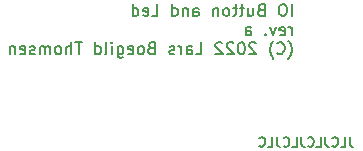
<source format=gbr>
G04 #@! TF.GenerationSoftware,KiCad,Pcbnew,6.0.9+dfsg-1*
G04 #@! TF.CreationDate,2022-11-16T11:41:45+08:00*
G04 #@! TF.ProjectId,io,696f2e6b-6963-4616-945f-706362585858,a*
G04 #@! TF.SameCoordinates,Original*
G04 #@! TF.FileFunction,Legend,Bot*
G04 #@! TF.FilePolarity,Positive*
%FSLAX46Y46*%
G04 Gerber Fmt 4.6, Leading zero omitted, Abs format (unit mm)*
G04 Created by KiCad (PCBNEW 6.0.9+dfsg-1) date 2022-11-16 11:41:45*
%MOMM*%
%LPD*%
G01*
G04 APERTURE LIST*
%ADD10C,0.150000*%
G04 APERTURE END LIST*
D10*
X179823452Y-91636904D02*
X179823452Y-92208333D01*
X179861547Y-92322619D01*
X179937738Y-92398809D01*
X180052023Y-92436904D01*
X180128214Y-92436904D01*
X179061547Y-92436904D02*
X179442500Y-92436904D01*
X179442500Y-91636904D01*
X178337738Y-92360714D02*
X178375833Y-92398809D01*
X178490119Y-92436904D01*
X178566309Y-92436904D01*
X178680595Y-92398809D01*
X178756785Y-92322619D01*
X178794880Y-92246428D01*
X178832976Y-92094047D01*
X178832976Y-91979761D01*
X178794880Y-91827380D01*
X178756785Y-91751190D01*
X178680595Y-91675000D01*
X178566309Y-91636904D01*
X178490119Y-91636904D01*
X178375833Y-91675000D01*
X178337738Y-91713095D01*
X177766309Y-91636904D02*
X177766309Y-92208333D01*
X177804404Y-92322619D01*
X177880595Y-92398809D01*
X177994880Y-92436904D01*
X178071071Y-92436904D01*
X177004404Y-92436904D02*
X177385357Y-92436904D01*
X177385357Y-91636904D01*
X176280595Y-92360714D02*
X176318690Y-92398809D01*
X176432976Y-92436904D01*
X176509166Y-92436904D01*
X176623452Y-92398809D01*
X176699642Y-92322619D01*
X176737738Y-92246428D01*
X176775833Y-92094047D01*
X176775833Y-91979761D01*
X176737738Y-91827380D01*
X176699642Y-91751190D01*
X176623452Y-91675000D01*
X176509166Y-91636904D01*
X176432976Y-91636904D01*
X176318690Y-91675000D01*
X176280595Y-91713095D01*
X175709166Y-91636904D02*
X175709166Y-92208333D01*
X175747261Y-92322619D01*
X175823452Y-92398809D01*
X175937738Y-92436904D01*
X176013928Y-92436904D01*
X174947261Y-92436904D02*
X175328214Y-92436904D01*
X175328214Y-91636904D01*
X174223452Y-92360714D02*
X174261547Y-92398809D01*
X174375833Y-92436904D01*
X174452023Y-92436904D01*
X174566309Y-92398809D01*
X174642500Y-92322619D01*
X174680595Y-92246428D01*
X174718690Y-92094047D01*
X174718690Y-91979761D01*
X174680595Y-91827380D01*
X174642500Y-91751190D01*
X174566309Y-91675000D01*
X174452023Y-91636904D01*
X174375833Y-91636904D01*
X174261547Y-91675000D01*
X174223452Y-91713095D01*
X173652023Y-91636904D02*
X173652023Y-92208333D01*
X173690119Y-92322619D01*
X173766309Y-92398809D01*
X173880595Y-92436904D01*
X173956785Y-92436904D01*
X172890119Y-92436904D02*
X173271071Y-92436904D01*
X173271071Y-91636904D01*
X172166309Y-92360714D02*
X172204404Y-92398809D01*
X172318690Y-92436904D01*
X172394880Y-92436904D01*
X172509166Y-92398809D01*
X172585357Y-92322619D01*
X172623452Y-92246428D01*
X172661547Y-92094047D01*
X172661547Y-91979761D01*
X172623452Y-91827380D01*
X172585357Y-91751190D01*
X172509166Y-91675000D01*
X172394880Y-91636904D01*
X172318690Y-91636904D01*
X172204404Y-91675000D01*
X172166309Y-91713095D01*
X174924404Y-81392380D02*
X174924404Y-80392380D01*
X174257738Y-80392380D02*
X174067261Y-80392380D01*
X173972023Y-80440000D01*
X173876785Y-80535238D01*
X173829166Y-80725714D01*
X173829166Y-81059047D01*
X173876785Y-81249523D01*
X173972023Y-81344761D01*
X174067261Y-81392380D01*
X174257738Y-81392380D01*
X174352976Y-81344761D01*
X174448214Y-81249523D01*
X174495833Y-81059047D01*
X174495833Y-80725714D01*
X174448214Y-80535238D01*
X174352976Y-80440000D01*
X174257738Y-80392380D01*
X172305357Y-80868571D02*
X172162500Y-80916190D01*
X172114880Y-80963809D01*
X172067261Y-81059047D01*
X172067261Y-81201904D01*
X172114880Y-81297142D01*
X172162500Y-81344761D01*
X172257738Y-81392380D01*
X172638690Y-81392380D01*
X172638690Y-80392380D01*
X172305357Y-80392380D01*
X172210119Y-80440000D01*
X172162500Y-80487619D01*
X172114880Y-80582857D01*
X172114880Y-80678095D01*
X172162500Y-80773333D01*
X172210119Y-80820952D01*
X172305357Y-80868571D01*
X172638690Y-80868571D01*
X171210119Y-80725714D02*
X171210119Y-81392380D01*
X171638690Y-80725714D02*
X171638690Y-81249523D01*
X171591071Y-81344761D01*
X171495833Y-81392380D01*
X171352976Y-81392380D01*
X171257738Y-81344761D01*
X171210119Y-81297142D01*
X170876785Y-80725714D02*
X170495833Y-80725714D01*
X170733928Y-80392380D02*
X170733928Y-81249523D01*
X170686309Y-81344761D01*
X170591071Y-81392380D01*
X170495833Y-81392380D01*
X170305357Y-80725714D02*
X169924404Y-80725714D01*
X170162500Y-80392380D02*
X170162500Y-81249523D01*
X170114880Y-81344761D01*
X170019642Y-81392380D01*
X169924404Y-81392380D01*
X169448214Y-81392380D02*
X169543452Y-81344761D01*
X169591071Y-81297142D01*
X169638690Y-81201904D01*
X169638690Y-80916190D01*
X169591071Y-80820952D01*
X169543452Y-80773333D01*
X169448214Y-80725714D01*
X169305357Y-80725714D01*
X169210119Y-80773333D01*
X169162500Y-80820952D01*
X169114880Y-80916190D01*
X169114880Y-81201904D01*
X169162500Y-81297142D01*
X169210119Y-81344761D01*
X169305357Y-81392380D01*
X169448214Y-81392380D01*
X168686309Y-80725714D02*
X168686309Y-81392380D01*
X168686309Y-80820952D02*
X168638690Y-80773333D01*
X168543452Y-80725714D01*
X168400595Y-80725714D01*
X168305357Y-80773333D01*
X168257738Y-80868571D01*
X168257738Y-81392380D01*
X166591071Y-81392380D02*
X166591071Y-80868571D01*
X166638690Y-80773333D01*
X166733928Y-80725714D01*
X166924404Y-80725714D01*
X167019642Y-80773333D01*
X166591071Y-81344761D02*
X166686309Y-81392380D01*
X166924404Y-81392380D01*
X167019642Y-81344761D01*
X167067261Y-81249523D01*
X167067261Y-81154285D01*
X167019642Y-81059047D01*
X166924404Y-81011428D01*
X166686309Y-81011428D01*
X166591071Y-80963809D01*
X166114880Y-80725714D02*
X166114880Y-81392380D01*
X166114880Y-80820952D02*
X166067261Y-80773333D01*
X165972023Y-80725714D01*
X165829166Y-80725714D01*
X165733928Y-80773333D01*
X165686309Y-80868571D01*
X165686309Y-81392380D01*
X164781547Y-81392380D02*
X164781547Y-80392380D01*
X164781547Y-81344761D02*
X164876785Y-81392380D01*
X165067261Y-81392380D01*
X165162500Y-81344761D01*
X165210119Y-81297142D01*
X165257738Y-81201904D01*
X165257738Y-80916190D01*
X165210119Y-80820952D01*
X165162500Y-80773333D01*
X165067261Y-80725714D01*
X164876785Y-80725714D01*
X164781547Y-80773333D01*
X163067261Y-81392380D02*
X163543452Y-81392380D01*
X163543452Y-80392380D01*
X162352976Y-81344761D02*
X162448214Y-81392380D01*
X162638690Y-81392380D01*
X162733928Y-81344761D01*
X162781547Y-81249523D01*
X162781547Y-80868571D01*
X162733928Y-80773333D01*
X162638690Y-80725714D01*
X162448214Y-80725714D01*
X162352976Y-80773333D01*
X162305357Y-80868571D01*
X162305357Y-80963809D01*
X162781547Y-81059047D01*
X161448214Y-81392380D02*
X161448214Y-80392380D01*
X161448214Y-81344761D02*
X161543452Y-81392380D01*
X161733928Y-81392380D01*
X161829166Y-81344761D01*
X161876785Y-81297142D01*
X161924404Y-81201904D01*
X161924404Y-80916190D01*
X161876785Y-80820952D01*
X161829166Y-80773333D01*
X161733928Y-80725714D01*
X161543452Y-80725714D01*
X161448214Y-80773333D01*
X174924404Y-83002380D02*
X174924404Y-82335714D01*
X174924404Y-82526190D02*
X174876785Y-82430952D01*
X174829166Y-82383333D01*
X174733928Y-82335714D01*
X174638690Y-82335714D01*
X173924404Y-82954761D02*
X174019642Y-83002380D01*
X174210119Y-83002380D01*
X174305357Y-82954761D01*
X174352976Y-82859523D01*
X174352976Y-82478571D01*
X174305357Y-82383333D01*
X174210119Y-82335714D01*
X174019642Y-82335714D01*
X173924404Y-82383333D01*
X173876785Y-82478571D01*
X173876785Y-82573809D01*
X174352976Y-82669047D01*
X173543452Y-82335714D02*
X173305357Y-83002380D01*
X173067261Y-82335714D01*
X172686309Y-82907142D02*
X172638690Y-82954761D01*
X172686309Y-83002380D01*
X172733928Y-82954761D01*
X172686309Y-82907142D01*
X172686309Y-83002380D01*
X171019642Y-83002380D02*
X171019642Y-82478571D01*
X171067261Y-82383333D01*
X171162500Y-82335714D01*
X171352976Y-82335714D01*
X171448214Y-82383333D01*
X171019642Y-82954761D02*
X171114880Y-83002380D01*
X171352976Y-83002380D01*
X171448214Y-82954761D01*
X171495833Y-82859523D01*
X171495833Y-82764285D01*
X171448214Y-82669047D01*
X171352976Y-82621428D01*
X171114880Y-82621428D01*
X171019642Y-82573809D01*
X174638690Y-84993333D02*
X174686309Y-84945714D01*
X174781547Y-84802857D01*
X174829166Y-84707619D01*
X174876785Y-84564761D01*
X174924404Y-84326666D01*
X174924404Y-84136190D01*
X174876785Y-83898095D01*
X174829166Y-83755238D01*
X174781547Y-83660000D01*
X174686309Y-83517142D01*
X174638690Y-83469523D01*
X173686309Y-84517142D02*
X173733928Y-84564761D01*
X173876785Y-84612380D01*
X173972023Y-84612380D01*
X174114880Y-84564761D01*
X174210119Y-84469523D01*
X174257738Y-84374285D01*
X174305357Y-84183809D01*
X174305357Y-84040952D01*
X174257738Y-83850476D01*
X174210119Y-83755238D01*
X174114880Y-83660000D01*
X173972023Y-83612380D01*
X173876785Y-83612380D01*
X173733928Y-83660000D01*
X173686309Y-83707619D01*
X173352976Y-84993333D02*
X173305357Y-84945714D01*
X173210119Y-84802857D01*
X173162500Y-84707619D01*
X173114880Y-84564761D01*
X173067261Y-84326666D01*
X173067261Y-84136190D01*
X173114880Y-83898095D01*
X173162500Y-83755238D01*
X173210119Y-83660000D01*
X173305357Y-83517142D01*
X173352976Y-83469523D01*
X171876785Y-83707619D02*
X171829166Y-83660000D01*
X171733928Y-83612380D01*
X171495833Y-83612380D01*
X171400595Y-83660000D01*
X171352976Y-83707619D01*
X171305357Y-83802857D01*
X171305357Y-83898095D01*
X171352976Y-84040952D01*
X171924404Y-84612380D01*
X171305357Y-84612380D01*
X170686309Y-83612380D02*
X170591071Y-83612380D01*
X170495833Y-83660000D01*
X170448214Y-83707619D01*
X170400595Y-83802857D01*
X170352976Y-83993333D01*
X170352976Y-84231428D01*
X170400595Y-84421904D01*
X170448214Y-84517142D01*
X170495833Y-84564761D01*
X170591071Y-84612380D01*
X170686309Y-84612380D01*
X170781547Y-84564761D01*
X170829166Y-84517142D01*
X170876785Y-84421904D01*
X170924404Y-84231428D01*
X170924404Y-83993333D01*
X170876785Y-83802857D01*
X170829166Y-83707619D01*
X170781547Y-83660000D01*
X170686309Y-83612380D01*
X169972023Y-83707619D02*
X169924404Y-83660000D01*
X169829166Y-83612380D01*
X169591071Y-83612380D01*
X169495833Y-83660000D01*
X169448214Y-83707619D01*
X169400595Y-83802857D01*
X169400595Y-83898095D01*
X169448214Y-84040952D01*
X170019642Y-84612380D01*
X169400595Y-84612380D01*
X169019642Y-83707619D02*
X168972023Y-83660000D01*
X168876785Y-83612380D01*
X168638690Y-83612380D01*
X168543452Y-83660000D01*
X168495833Y-83707619D01*
X168448214Y-83802857D01*
X168448214Y-83898095D01*
X168495833Y-84040952D01*
X169067261Y-84612380D01*
X168448214Y-84612380D01*
X166781547Y-84612380D02*
X167257738Y-84612380D01*
X167257738Y-83612380D01*
X166019642Y-84612380D02*
X166019642Y-84088571D01*
X166067261Y-83993333D01*
X166162500Y-83945714D01*
X166352976Y-83945714D01*
X166448214Y-83993333D01*
X166019642Y-84564761D02*
X166114880Y-84612380D01*
X166352976Y-84612380D01*
X166448214Y-84564761D01*
X166495833Y-84469523D01*
X166495833Y-84374285D01*
X166448214Y-84279047D01*
X166352976Y-84231428D01*
X166114880Y-84231428D01*
X166019642Y-84183809D01*
X165543452Y-84612380D02*
X165543452Y-83945714D01*
X165543452Y-84136190D02*
X165495833Y-84040952D01*
X165448214Y-83993333D01*
X165352976Y-83945714D01*
X165257738Y-83945714D01*
X164972023Y-84564761D02*
X164876785Y-84612380D01*
X164686309Y-84612380D01*
X164591071Y-84564761D01*
X164543452Y-84469523D01*
X164543452Y-84421904D01*
X164591071Y-84326666D01*
X164686309Y-84279047D01*
X164829166Y-84279047D01*
X164924404Y-84231428D01*
X164972023Y-84136190D01*
X164972023Y-84088571D01*
X164924404Y-83993333D01*
X164829166Y-83945714D01*
X164686309Y-83945714D01*
X164591071Y-83993333D01*
X163019642Y-84088571D02*
X162876785Y-84136190D01*
X162829166Y-84183809D01*
X162781547Y-84279047D01*
X162781547Y-84421904D01*
X162829166Y-84517142D01*
X162876785Y-84564761D01*
X162972023Y-84612380D01*
X163352976Y-84612380D01*
X163352976Y-83612380D01*
X163019642Y-83612380D01*
X162924404Y-83660000D01*
X162876785Y-83707619D01*
X162829166Y-83802857D01*
X162829166Y-83898095D01*
X162876785Y-83993333D01*
X162924404Y-84040952D01*
X163019642Y-84088571D01*
X163352976Y-84088571D01*
X162210119Y-84612380D02*
X162305357Y-84564761D01*
X162352976Y-84517142D01*
X162400595Y-84421904D01*
X162400595Y-84136190D01*
X162352976Y-84040952D01*
X162305357Y-83993333D01*
X162210119Y-83945714D01*
X162067261Y-83945714D01*
X161972023Y-83993333D01*
X161924404Y-84040952D01*
X161876785Y-84136190D01*
X161876785Y-84421904D01*
X161924404Y-84517142D01*
X161972023Y-84564761D01*
X162067261Y-84612380D01*
X162210119Y-84612380D01*
X161067261Y-84564761D02*
X161162500Y-84612380D01*
X161352976Y-84612380D01*
X161448214Y-84564761D01*
X161495833Y-84469523D01*
X161495833Y-84088571D01*
X161448214Y-83993333D01*
X161352976Y-83945714D01*
X161162500Y-83945714D01*
X161067261Y-83993333D01*
X161019642Y-84088571D01*
X161019642Y-84183809D01*
X161495833Y-84279047D01*
X160162500Y-83945714D02*
X160162500Y-84755238D01*
X160210119Y-84850476D01*
X160257738Y-84898095D01*
X160352976Y-84945714D01*
X160495833Y-84945714D01*
X160591071Y-84898095D01*
X160162500Y-84564761D02*
X160257738Y-84612380D01*
X160448214Y-84612380D01*
X160543452Y-84564761D01*
X160591071Y-84517142D01*
X160638690Y-84421904D01*
X160638690Y-84136190D01*
X160591071Y-84040952D01*
X160543452Y-83993333D01*
X160448214Y-83945714D01*
X160257738Y-83945714D01*
X160162500Y-83993333D01*
X159686309Y-84612380D02*
X159686309Y-83945714D01*
X159686309Y-83612380D02*
X159733928Y-83660000D01*
X159686309Y-83707619D01*
X159638690Y-83660000D01*
X159686309Y-83612380D01*
X159686309Y-83707619D01*
X159067261Y-84612380D02*
X159162500Y-84564761D01*
X159210119Y-84469523D01*
X159210119Y-83612380D01*
X158257738Y-84612380D02*
X158257738Y-83612380D01*
X158257738Y-84564761D02*
X158352976Y-84612380D01*
X158543452Y-84612380D01*
X158638690Y-84564761D01*
X158686309Y-84517142D01*
X158733928Y-84421904D01*
X158733928Y-84136190D01*
X158686309Y-84040952D01*
X158638690Y-83993333D01*
X158543452Y-83945714D01*
X158352976Y-83945714D01*
X158257738Y-83993333D01*
X157162500Y-83612380D02*
X156591071Y-83612380D01*
X156876785Y-84612380D02*
X156876785Y-83612380D01*
X156257738Y-84612380D02*
X156257738Y-83612380D01*
X155829166Y-84612380D02*
X155829166Y-84088571D01*
X155876785Y-83993333D01*
X155972023Y-83945714D01*
X156114880Y-83945714D01*
X156210119Y-83993333D01*
X156257738Y-84040952D01*
X155210119Y-84612380D02*
X155305357Y-84564761D01*
X155352976Y-84517142D01*
X155400595Y-84421904D01*
X155400595Y-84136190D01*
X155352976Y-84040952D01*
X155305357Y-83993333D01*
X155210119Y-83945714D01*
X155067261Y-83945714D01*
X154972023Y-83993333D01*
X154924404Y-84040952D01*
X154876785Y-84136190D01*
X154876785Y-84421904D01*
X154924404Y-84517142D01*
X154972023Y-84564761D01*
X155067261Y-84612380D01*
X155210119Y-84612380D01*
X154448214Y-84612380D02*
X154448214Y-83945714D01*
X154448214Y-84040952D02*
X154400595Y-83993333D01*
X154305357Y-83945714D01*
X154162500Y-83945714D01*
X154067261Y-83993333D01*
X154019642Y-84088571D01*
X154019642Y-84612380D01*
X154019642Y-84088571D02*
X153972023Y-83993333D01*
X153876785Y-83945714D01*
X153733928Y-83945714D01*
X153638690Y-83993333D01*
X153591071Y-84088571D01*
X153591071Y-84612380D01*
X153162500Y-84564761D02*
X153067261Y-84612380D01*
X152876785Y-84612380D01*
X152781547Y-84564761D01*
X152733928Y-84469523D01*
X152733928Y-84421904D01*
X152781547Y-84326666D01*
X152876785Y-84279047D01*
X153019642Y-84279047D01*
X153114880Y-84231428D01*
X153162500Y-84136190D01*
X153162500Y-84088571D01*
X153114880Y-83993333D01*
X153019642Y-83945714D01*
X152876785Y-83945714D01*
X152781547Y-83993333D01*
X151924404Y-84564761D02*
X152019642Y-84612380D01*
X152210119Y-84612380D01*
X152305357Y-84564761D01*
X152352976Y-84469523D01*
X152352976Y-84088571D01*
X152305357Y-83993333D01*
X152210119Y-83945714D01*
X152019642Y-83945714D01*
X151924404Y-83993333D01*
X151876785Y-84088571D01*
X151876785Y-84183809D01*
X152352976Y-84279047D01*
X151448214Y-83945714D02*
X151448214Y-84612380D01*
X151448214Y-84040952D02*
X151400595Y-83993333D01*
X151305357Y-83945714D01*
X151162500Y-83945714D01*
X151067261Y-83993333D01*
X151019642Y-84088571D01*
X151019642Y-84612380D01*
M02*

</source>
